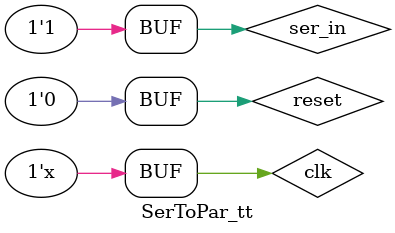
<source format=v>
`timescale 1ns / 1ps

/*This is the test bench to the serial to parallel
converter file.

Author	: Karthik S
e-mail id: shp.karthik@gmail.com
*/

module SerToPar_tt;
	reg ser_in;
	reg clk;
	reg reset;
	wire [7:0] par_out;
	SerToPar uut (
		.ser_in(ser_in), 
		.clk(clk), 
		.reset(reset), 
		.par_out(par_out)
	);

	initial begin
		ser_in = 0;
		clk = 0;
		reset = 0;
		#10 reset = 1;
		#10 reset = 0;
	end
	
	always #5 clk = ~clk;
	
	always begin
		#10 ser_in = 0;
		#10 ser_in = 0;
		#10 ser_in = 1;
		#10 ser_in = 1;
		#10 ser_in = 1;
		#10 ser_in = 1;
		#10 ser_in = 0;
		#10 ser_in = 1;
		#10 ser_in = 0;
		#10 ser_in = 1;
		#10 ser_in = 0;
		#10 ser_in = 1;
		#10 ser_in = 0;
		#10 ser_in = 1;
		#10 ser_in = 1;
	end
endmodule

</source>
